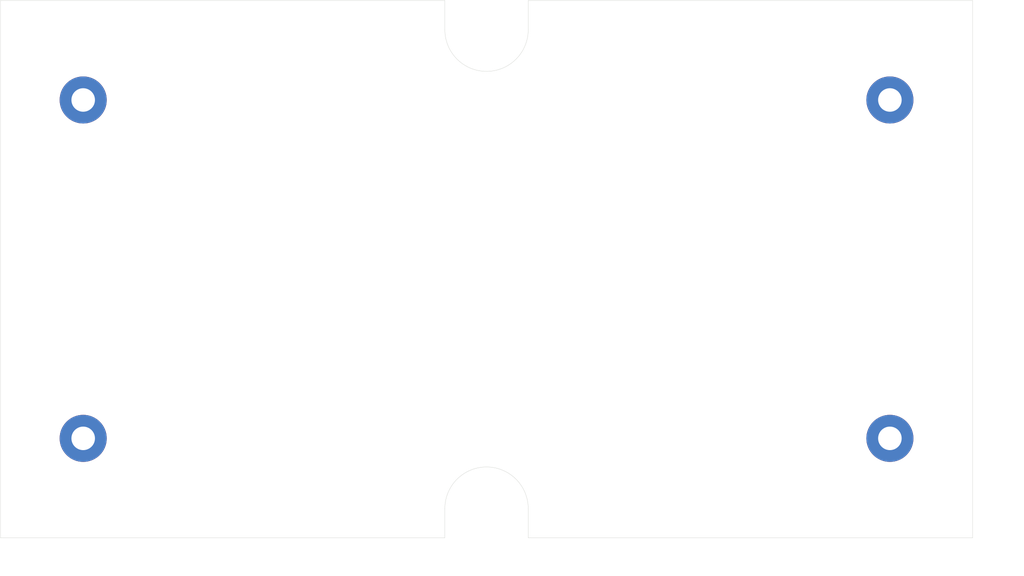
<source format=kicad_pcb>
(kicad_pcb (version 20171130) (host pcbnew "(5.1.4)-1")

  (general
    (thickness 1.6)
    (drawings 14)
    (tracks 0)
    (zones 0)
    (modules 4)
    (nets 1)
  )

  (page A4)
  (layers
    (0 F.Cu signal)
    (31 B.Cu signal)
    (32 B.Adhes user)
    (33 F.Adhes user)
    (34 B.Paste user)
    (35 F.Paste user)
    (36 B.SilkS user)
    (37 F.SilkS user)
    (38 B.Mask user)
    (39 F.Mask user)
    (40 Dwgs.User user)
    (41 Cmts.User user)
    (42 Eco1.User user)
    (43 Eco2.User user)
    (44 Edge.Cuts user)
    (45 Margin user)
    (46 B.CrtYd user)
    (47 F.CrtYd user)
    (48 B.Fab user)
    (49 F.Fab user)
  )

  (setup
    (last_trace_width 0.25)
    (trace_clearance 0.2)
    (zone_clearance 0.508)
    (zone_45_only no)
    (trace_min 0.2)
    (via_size 0.8)
    (via_drill 0.4)
    (via_min_size 0.4)
    (via_min_drill 0.3)
    (uvia_size 0.3)
    (uvia_drill 0.1)
    (uvias_allowed no)
    (uvia_min_size 0.2)
    (uvia_min_drill 0.1)
    (edge_width 0.05)
    (segment_width 0.2)
    (pcb_text_width 0.3)
    (pcb_text_size 1.5 1.5)
    (mod_edge_width 0.12)
    (mod_text_size 1 1)
    (mod_text_width 0.15)
    (pad_size 7 7)
    (pad_drill 3.5)
    (pad_to_mask_clearance 0.051)
    (solder_mask_min_width 0.25)
    (aux_axis_origin 0 0)
    (visible_elements 7FFFFFFF)
    (pcbplotparams
      (layerselection 0x010fc_ffffffff)
      (usegerberextensions false)
      (usegerberattributes false)
      (usegerberadvancedattributes false)
      (creategerberjobfile false)
      (excludeedgelayer true)
      (linewidth 0.100000)
      (plotframeref false)
      (viasonmask false)
      (mode 1)
      (useauxorigin false)
      (hpglpennumber 1)
      (hpglpenspeed 20)
      (hpglpendiameter 15.000000)
      (psnegative false)
      (psa4output false)
      (plotreference true)
      (plotvalue true)
      (plotinvisibletext false)
      (padsonsilk false)
      (subtractmaskfromsilk false)
      (outputformat 1)
      (mirror false)
      (drillshape 1)
      (scaleselection 1)
      (outputdirectory ""))
  )

  (net 0 "")

  (net_class Default "This is the default net class."
    (clearance 0.2)
    (trace_width 0.25)
    (via_dia 0.8)
    (via_drill 0.4)
    (uvia_dia 0.3)
    (uvia_drill 0.1)
  )

  (module MountingHole:MountingHole_3.5mm_Pad (layer F.Cu) (tedit 5D742BB8) (tstamp 5D746F9A)
    (at 27.3 80.19)
    (descr "Mounting Hole 3.5mm")
    (tags "mounting hole 3.5mm")
    (attr virtual)
    (fp_text reference ~ (at 0 -4.5) (layer F.SilkS) hide
      (effects (font (size 1 1) (thickness 0.15)))
    )
    (fp_text value ~ (at 0 4.5) (layer F.Fab) hide
      (effects (font (size 1 1) (thickness 0.15)))
    )
    (fp_text user %R (at 0.3 0) (layer F.Fab)
      (effects (font (size 1 1) (thickness 0.15)))
    )
    (fp_circle (center 0 0) (end 3.5 0) (layer Cmts.User) (width 0.15))
    (fp_circle (center 0 0) (end 3.75 0) (layer F.CrtYd) (width 0.05))
    (pad ~ thru_hole circle (at 0 0) (size 7 7) (drill 3.5) (layers *.Cu *.Mask))
  )

  (module MountingHole:MountingHole_3.5mm_Pad (layer F.Cu) (tedit 5D742BB2) (tstamp 5D746F8A)
    (at 27.3 29.81)
    (descr "Mounting Hole 3.5mm")
    (tags "mounting hole 3.5mm")
    (attr virtual)
    (fp_text reference ~ (at 0 -4.5) (layer F.SilkS) hide
      (effects (font (size 1 1) (thickness 0.15)))
    )
    (fp_text value ~ (at 0 4.5) (layer F.Fab) hide
      (effects (font (size 1 1) (thickness 0.15)))
    )
    (fp_circle (center 0 0) (end 3.75 0) (layer F.CrtYd) (width 0.05))
    (fp_circle (center 0 0) (end 3.5 0) (layer Cmts.User) (width 0.15))
    (fp_text user %R (at 0.3 0) (layer F.Fab)
      (effects (font (size 1 1) (thickness 0.15)))
    )
    (pad ~ thru_hole circle (at 0 0) (size 7 7) (drill 3.5) (layers *.Cu *.Mask))
  )

  (module MountingHole:MountingHole_3.5mm_Pad (layer F.Cu) (tedit 5D742BC4) (tstamp 5D746F7A)
    (at 147.3 80.19)
    (descr "Mounting Hole 3.5mm")
    (tags "mounting hole 3.5mm")
    (attr virtual)
    (fp_text reference ~ (at 0 -4.5) (layer F.SilkS) hide
      (effects (font (size 1 1) (thickness 0.15)))
    )
    (fp_text value ~ (at 0 4.5) (layer F.Fab) hide
      (effects (font (size 1 1) (thickness 0.15)))
    )
    (fp_text user %R (at 0.3 0) (layer F.Fab)
      (effects (font (size 1 1) (thickness 0.15)))
    )
    (fp_circle (center 0 0) (end 3.5 0) (layer Cmts.User) (width 0.15))
    (fp_circle (center 0 0) (end 3.75 0) (layer F.CrtYd) (width 0.05))
    (pad ~ thru_hole circle (at 0 0) (size 7 7) (drill 3.5) (layers *.Cu *.Mask))
  )

  (module MountingHole:MountingHole_3.5mm_Pad (layer F.Cu) (tedit 5D742BBE) (tstamp 5D746F5F)
    (at 147.3 29.81)
    (descr "Mounting Hole 3.5mm")
    (tags "mounting hole 3.5mm")
    (attr virtual)
    (fp_text reference ~ (at 0 -4.5) (layer F.SilkS) hide
      (effects (font (size 1 1) (thickness 0.15)))
    )
    (fp_text value ~ (at 0 4.5) (layer F.Fab) hide
      (effects (font (size 1 1) (thickness 0.15)))
    )
    (fp_circle (center 0 0) (end 3.75 0) (layer F.CrtYd) (width 0.05))
    (fp_circle (center 0 0) (end 3.5 0) (layer Cmts.User) (width 0.15))
    (fp_text user %R (at 0.3 0) (layer F.Fab)
      (effects (font (size 1 1) (thickness 0.15)))
    )
    (pad ~ thru_hole circle (at 0 0) (size 7 7) (drill 3.5) (layers *.Cu *.Mask))
  )

  (dimension 80 (width 0.15) (layer Dwgs.User)
    (gr_text "80,000 mm" (at 165.9 55 90) (layer Dwgs.User)
      (effects (font (size 1 1) (thickness 0.15)))
    )
    (feature1 (pts (xy 159.6 15) (xy 165.186421 15)))
    (feature2 (pts (xy 159.6 95) (xy 165.186421 95)))
    (crossbar (pts (xy 164.6 95) (xy 164.6 15)))
    (arrow1a (pts (xy 164.6 15) (xy 165.186421 16.126504)))
    (arrow1b (pts (xy 164.6 15) (xy 164.013579 16.126504)))
    (arrow2a (pts (xy 164.6 95) (xy 165.186421 93.873496)))
    (arrow2b (pts (xy 164.6 95) (xy 164.013579 93.873496)))
  )
  (dimension 144.6 (width 0.15) (layer Dwgs.User)
    (gr_text "144,600 mm" (at 87.3 101.3) (layer Dwgs.User)
      (effects (font (size 1 1) (thickness 0.15)))
    )
    (feature1 (pts (xy 159.6 95) (xy 159.6 100.586421)))
    (feature2 (pts (xy 15 95) (xy 15 100.586421)))
    (crossbar (pts (xy 15 100) (xy 159.6 100)))
    (arrow1a (pts (xy 159.6 100) (xy 158.473496 100.586421)))
    (arrow1b (pts (xy 159.6 100) (xy 158.473496 99.413579)))
    (arrow2a (pts (xy 15 100) (xy 16.126504 100.586421)))
    (arrow2b (pts (xy 15 100) (xy 16.126504 99.413579)))
  )
  (gr_line (start 93.5 95) (end 159.6 95) (layer Edge.Cuts) (width 0.05) (tstamp 5D747004))
  (gr_arc (start 87.3 90.65) (end 93.5 90.65) (angle -180) (layer Edge.Cuts) (width 0.05) (tstamp 5D746FFB))
  (gr_line (start 93.5 90.65) (end 93.5 95) (layer Edge.Cuts) (width 0.05) (tstamp 5D746FF4))
  (gr_line (start 81.1 90.65) (end 81.1 95) (layer Edge.Cuts) (width 0.05) (tstamp 5D746FF0))
  (gr_line (start 93.5 15) (end 159.6 15) (layer Edge.Cuts) (width 0.05) (tstamp 5D746FDE))
  (gr_arc (start 87.3 19.35) (end 81.1 19.35) (angle -180) (layer Edge.Cuts) (width 0.05))
  (gr_line (start 81.1 15) (end 81.1 19.35) (layer Edge.Cuts) (width 0.05) (tstamp 5D746FB6))
  (gr_line (start 93.5 15) (end 93.5 19.35) (layer Edge.Cuts) (width 0.05))
  (gr_line (start 159.6 95) (end 159.6 15) (layer Edge.Cuts) (width 0.05) (tstamp 5D741A8A))
  (gr_line (start 15 15) (end 15 95) (layer Edge.Cuts) (width 0.05) (tstamp 5D741A82))
  (gr_line (start 15 95) (end 81.1 95) (layer Edge.Cuts) (width 0.05) (tstamp 5D741A72))
  (gr_line (start 15 15) (end 81.1 15) (layer Edge.Cuts) (width 0.05))

)

</source>
